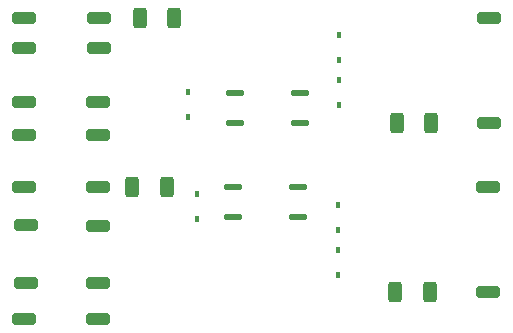
<source format=gtp>
%TF.GenerationSoftware,KiCad,Pcbnew,(6.0.0)*%
%TF.CreationDate,2022-01-10T14:57:04+03:00*%
%TF.ProjectId,ModuleControl,4d6f6475-6c65-4436-9f6e-74726f6c2e6b,rev?*%
%TF.SameCoordinates,Original*%
%TF.FileFunction,Paste,Top*%
%TF.FilePolarity,Positive*%
%FSLAX46Y46*%
G04 Gerber Fmt 4.6, Leading zero omitted, Abs format (unit mm)*
G04 Created by KiCad (PCBNEW (6.0.0)) date 2022-01-10 14:57:04*
%MOMM*%
%LPD*%
G01*
G04 APERTURE LIST*
G04 Aperture macros list*
%AMRoundRect*
0 Rectangle with rounded corners*
0 $1 Rounding radius*
0 $2 $3 $4 $5 $6 $7 $8 $9 X,Y pos of 4 corners*
0 Add a 4 corners polygon primitive as box body*
4,1,4,$2,$3,$4,$5,$6,$7,$8,$9,$2,$3,0*
0 Add four circle primitives for the rounded corners*
1,1,$1+$1,$2,$3*
1,1,$1+$1,$4,$5*
1,1,$1+$1,$6,$7*
1,1,$1+$1,$8,$9*
0 Add four rect primitives between the rounded corners*
20,1,$1+$1,$2,$3,$4,$5,0*
20,1,$1+$1,$4,$5,$6,$7,0*
20,1,$1+$1,$6,$7,$8,$9,0*
20,1,$1+$1,$8,$9,$2,$3,0*%
G04 Aperture macros list end*
%ADD10RoundRect,0.250000X0.750000X-0.250000X0.750000X0.250000X-0.750000X0.250000X-0.750000X-0.250000X0*%
%ADD11R,0.450000X0.600000*%
%ADD12RoundRect,0.137500X-0.587500X-0.137500X0.587500X-0.137500X0.587500X0.137500X-0.587500X0.137500X0*%
%ADD13RoundRect,0.249998X-0.312502X-0.625002X0.312502X-0.625002X0.312502X0.625002X-0.312502X0.625002X0*%
G04 APERTURE END LIST*
D10*
%TO.C,H14*%
X137029000Y-84709000D03*
%TD*%
%TO.C,H10*%
X137160000Y-64770000D03*
%TD*%
D11*
%TO.C,D2*%
X144653000Y-70646000D03*
X144653000Y-68546000D03*
%TD*%
%TO.C,D1*%
X145411000Y-79282000D03*
X145411000Y-77182000D03*
%TD*%
D10*
%TO.C,H20*%
X170049000Y-85471000D03*
%TD*%
%TO.C,H19*%
X170049000Y-76581000D03*
%TD*%
%TO.C,H18*%
X170180000Y-71120000D03*
%TD*%
%TO.C,H17*%
X170180000Y-62230000D03*
%TD*%
%TO.C,H16*%
X137029000Y-87757000D03*
%TD*%
%TO.C,H15*%
X137029000Y-79883000D03*
%TD*%
%TO.C,H13*%
X137029000Y-76581000D03*
%TD*%
%TO.C,H12*%
X137033000Y-72136000D03*
%TD*%
%TO.C,H11*%
X137033000Y-69342000D03*
%TD*%
%TO.C,H9*%
X137160000Y-62230000D03*
%TD*%
%TO.C,H8*%
X130806000Y-87757000D03*
%TD*%
%TO.C,H7*%
X130933000Y-84709000D03*
%TD*%
%TO.C,H6*%
X130933000Y-79756000D03*
%TD*%
%TO.C,H5*%
X130806000Y-76581000D03*
%TD*%
%TO.C,H4*%
X130810000Y-72136000D03*
%TD*%
%TO.C,H3*%
X130810000Y-69342000D03*
%TD*%
%TO.C,H2*%
X130810000Y-64770000D03*
%TD*%
%TO.C,H1*%
X130810000Y-62230000D03*
%TD*%
D12*
%TO.C,U1*%
X154003000Y-76581000D03*
X154003000Y-79121000D03*
X148503000Y-79121000D03*
X148503000Y-76581000D03*
%TD*%
%TO.C,U2*%
X154134000Y-68580000D03*
X154134000Y-71120000D03*
X148634000Y-71120000D03*
X148634000Y-68580000D03*
%TD*%
D13*
%TO.C,R1*%
X142875000Y-76581000D03*
X139950000Y-76581000D03*
%TD*%
%TO.C,R2*%
X143510000Y-62230000D03*
X140585000Y-62230000D03*
%TD*%
%TO.C,F1*%
X165161500Y-85471000D03*
X162236500Y-85471000D03*
%TD*%
%TO.C,F2*%
X165292500Y-71120000D03*
X162367500Y-71120000D03*
%TD*%
D11*
%TO.C,D4*%
X157349000Y-81881000D03*
X157349000Y-83981000D03*
%TD*%
%TO.C,D3*%
X157349000Y-80171000D03*
X157349000Y-78071000D03*
%TD*%
%TO.C,D6*%
X157480000Y-69630000D03*
X157480000Y-67530000D03*
%TD*%
%TO.C,D5*%
X157480000Y-63720000D03*
X157480000Y-65820000D03*
%TD*%
M02*

</source>
